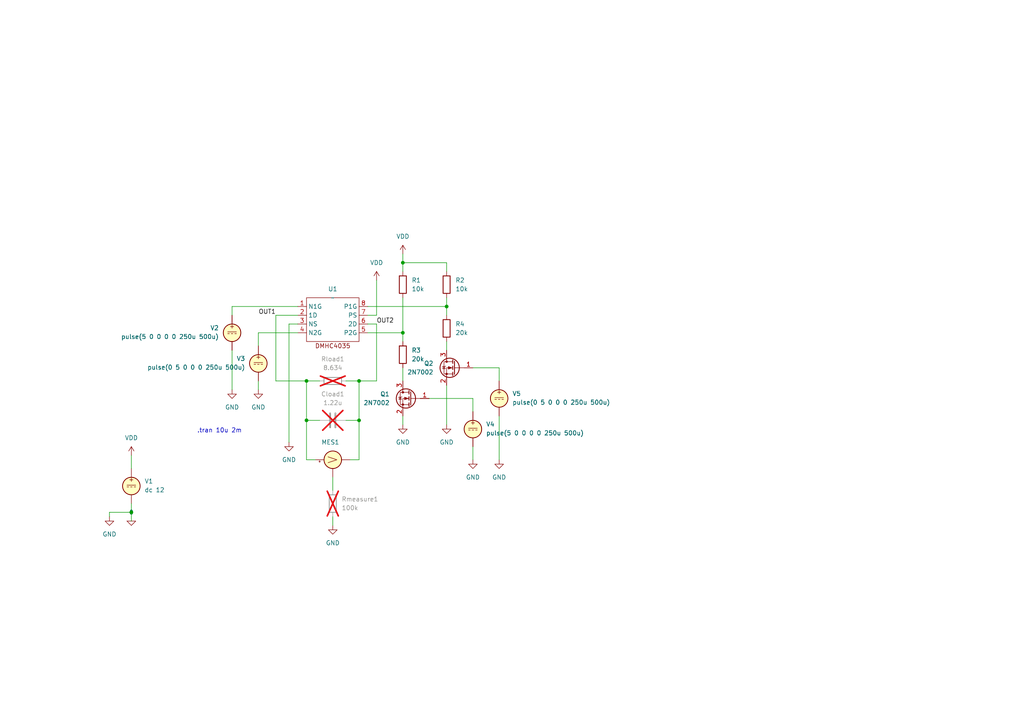
<source format=kicad_sch>
(kicad_sch (version 20230121) (generator eeschema)
  (paper "A4")
  (lib_symbols
    (symbol "Device:C" (pin_numbers hide) (pin_names (offset 0.254))
      (property "Reference" "C" (at 0.635 2.54 0))
      (property "Value" "C" (at 0.635 -2.54 0))
      (symbol "C_0_1"
        (polyline (pts (xy -2.032 -0.762) (xy 2.032 -0.762)) (stroke (width 0.508)))
        (polyline (pts (xy -2.032 0.762) (xy 2.032 0.762)) (stroke (width 0.508)))
      )
      (symbol "C_1_1"
        (pin passive line (at 0 3.81 270) (length 2.794) (name "~") (number "1"))
        (pin passive line (at 0 -3.81 90) (length 2.794) (name "~") (number "2"))
      )
    )
    (symbol "Device:R" (pin_numbers hide) (pin_names (offset 0))
      (property "Reference" "R" (at 2.032 0 90))
      (property "Value" "R" (at 0 0 90))
      (symbol "R_0_1"
        (rectangle (start -1.016 -2.54) (end 1.016 2.54) (stroke (width 0.254)))
      )
      (symbol "R_1_1"
        (pin passive line (at 0 3.81 270) (length 1.27) (name "~") (number "1"))
        (pin passive line (at 0 -3.81 90) (length 1.27) (name "~") (number "2"))
      )
    )
    (symbol "EL_oscillator:DMHC4035"
      (property "Reference" "U" (at 0 1.27 0))
      (symbol "DMHC4035_0_1"
        (rectangle (start -7.62 0) (end 7.62 -12.7))
      )
      (symbol "DMHC4035_1_1"
        (text "DMHC4035\n" (at 0 -13.97 0) (effects (font (size 1.27 1.27))))
        (pin input line (at -10.16 -2.54 0) (length 2.54) (name "N1G") (number "1"))
        (pin input line (at -10.16 -5.08 0) (length 2.54) (name "1D") (number "2"))
        (pin input line (at -10.16 -7.62 0) (length 2.54) (name "NS") (number "3"))
        (pin input line (at -10.16 -10.16 0) (length 2.54) (name "N2G") (number "4"))
        (pin input line (at 10.16 -10.16 180) (length 2.54) (name "P2G") (number "5"))
        (pin input line (at 10.16 -7.62 180) (length 2.54) (name "2D") (number "6"))
        (pin input line (at 10.16 -5.08 180) (length 2.54) (name "PS") (number "7"))
        (pin input line (at 10.16 -2.54 180) (length 2.54) (name "P1G") (number "8"))
      )
    )
    (symbol "Simulation_SPICE:0" (power) (pin_names (offset 0))
      (property "Value" "0" (at 0 -1.778 0))
      (symbol "0_0_1"
        (polyline (pts (xy -1.27 0) (xy 0 -1.27) (xy 1.27 0) (xy -1.27 0)))
      )
      (symbol "0_1_1"
        (pin power_in line (at 0 0 0) (length 0) hide (name "0") (number "1"))
      )
    )
    (symbol "Simulation_SPICE:VDC" (pin_numbers hide) (pin_names (offset 0.0254))
      (property "Reference" "V" (at 2.54 2.54 0))
      (property "Value" "1" (at 2.54 0 0))
      (symbol "VDC_0_0"
        (polyline (pts (xy -1.27 0.254) (xy 1.27 0.254)))
        (polyline (pts (xy -0.762 -0.254) (xy -1.27 -0.254)))
        (polyline (pts (xy 0.254 -0.254) (xy -0.254 -0.254)))
        (polyline (pts (xy 1.27 -0.254) (xy 0.762 -0.254)))
        (text "+" (at 0 1.905 0) (effects (font (size 1.27 1.27))))
      )
      (symbol "VDC_0_1"
        (circle (center 0 0) (radius 2.54) (stroke (width 0.254)) (fill (type background)))
      )
      (symbol "VDC_1_1"
        (pin passive line (at 0 5.08 270) (length 2.54) (name "~") (number "1"))
        (pin passive line (at 0 -5.08 90) (length 2.54) (name "~") (number "2"))
      )
    )
    (symbol "Simulation_SPICE:VOLTMETER_DIFF" (pin_numbers hide) (pin_names (offset 0.0254) hide) (in_bom no) (on_board no)
      (property "Reference" "MES?" (at -10.16 0 0))
      (symbol "VOLTMETER_DIFF_0_0"
        (text "V" (at 0 0 0) (effects (font (size 2.54 2.54))))
      )
      (symbol "VOLTMETER_DIFF_0_1"
        (polyline (pts (xy 0.254 3.81) (xy 0.762 3.81)))
        (polyline (pts (xy 0.508 4.064) (xy 0.508 3.556)))
        (circle (center 0 0) (radius 2.54) (stroke (width 0.254)) (fill (type background)))
      )
      (symbol "VOLTMETER_DIFF_1_1"
        (pin passive line (at 0 5.08 270) (length 2.54) (name "+") (number "1"))
        (pin passive line (at 0 -5.08 90) (length 2.54) (name "-") (number "2"))
        (pin output line (at 5.08 0 180) (length 2.54) (name "out") (number "3"))
      )
    )
    (symbol "Transistor_FET:2N7002" (pin_names hide)
      (property "Reference" "Q" (at 5.08 1.905 0))
      (property "Value" "2N7002" (at 5.08 0 0))
      (symbol "2N7002_0_1"
        (polyline (pts (xy 0.254 0) (xy -2.54 0)))
        (polyline (pts (xy 0.254 1.905) (xy 0.254 -1.905)) (stroke (width 0.254)))
        (polyline (pts (xy 0.762 -1.27) (xy 0.762 -2.286)) (stroke (width 0.254)))
        (polyline (pts (xy 0.762 0.508) (xy 0.762 -0.508)) (stroke (width 0.254)))
        (polyline (pts (xy 0.762 2.286) (xy 0.762 1.27)) (stroke (width 0.254)))
        (polyline (pts (xy 2.54 2.54) (xy 2.54 1.778)))
        (polyline (pts (xy 2.54 -2.54) (xy 2.54 0) (xy 0.762 0)))
        (polyline (pts (xy 0.762 -1.778) (xy 3.302 -1.778) (xy 3.302 1.778) (xy 0.762 1.778)))
        (polyline (pts (xy 1.016 0) (xy 2.032 0.381) (xy 2.032 -0.381) (xy 1.016 0)) (fill (type outline)))
        (polyline (pts (xy 2.794 0.508) (xy 2.921 0.381) (xy 3.683 0.381) (xy 3.81 0.254)))
        (polyline (pts (xy 3.302 0.381) (xy 2.921 -0.254) (xy 3.683 -0.254) (xy 3.302 0.381)))
        (circle (center 1.651 0) (radius 2.794) (stroke (width 0.254)))
        (circle (center 2.54 -1.778) (radius 0.254) (fill (type outline)))
        (circle (center 2.54 1.778) (radius 0.254) (fill (type outline)))
      )
      (symbol "2N7002_1_1"
        (pin input line (at -5.08 0 0) (length 2.54) (name "G") (number "1"))
        (pin passive line (at 2.54 -5.08 90) (length 2.54) (name "S") (number "2"))
        (pin passive line (at 2.54 5.08 270) (length 2.54) (name "D") (number "3"))
      )
    )
    (symbol "power:GND" (power) (pin_names (offset 0))
      (property "Value" "GND" (at 0 -3.81 0))
      (symbol "GND_0_1"
        (polyline (pts (xy 0 0) (xy 0 -1.27) (xy 1.27 -1.27) (xy 0 -2.54) (xy -1.27 -1.27) (xy 0 -1.27)))
      )
      (symbol "GND_1_1"
        (pin power_in line (at 0 0 270) (length 0) hide (name "GND") (number "1"))
      )
    )
    (symbol "power:VDD" (power) (pin_names (offset 0))
      (property "Value" "VDD" (at 0 3.81 0))
      (symbol "VDD_0_1"
        (polyline (pts (xy -0.762 1.27) (xy 0 2.54)))
        (polyline (pts (xy 0 0) (xy 0 2.54)))
        (polyline (pts (xy 0 2.54) (xy 0.762 1.27)))
      )
      (symbol "VDD_1_1"
        (pin power_in line (at 0 0 90) (length 0) hide (name "VDD") (number "1"))
      )
    )
  )
  (junction (at 116.84 96.52))
  (junction (at 38.1 148.59))
  (junction (at 116.84 76.2))
  (junction (at 88.9 121.92))
  (junction (at 104.14 110.49))
  (junction (at 104.14 121.92))
  (junction (at 129.54 88.9))
  (junction (at 88.9 110.49))
  (wire (pts (xy 124.46 115.57) (xy 137.16 115.57)))
  (wire (pts (xy 92.71 121.92) (xy 88.9 121.92)))
  (wire (pts (xy 109.22 93.98) (xy 106.68 93.98)))
  (wire (pts (xy 129.54 76.2) (xy 116.84 76.2)))
  (wire (pts (xy 67.31 88.9) (xy 67.31 91.44)))
  (wire (pts (xy 88.9 110.49) (xy 92.71 110.49)))
  (wire (pts (xy 31.75 148.59) (xy 38.1 148.59)))
  (wire (pts (xy 137.16 133.35) (xy 137.16 129.54)))
  (wire (pts (xy 38.1 132.08) (xy 38.1 135.89)))
  (wire (pts (xy 88.9 121.92) (xy 88.9 110.49)))
  (wire (pts (xy 74.93 113.03) (xy 74.93 110.49)))
  (wire (pts (xy 116.84 96.52) (xy 116.84 99.06)))
  (wire (pts (xy 100.33 121.92) (xy 104.14 121.92)))
  (wire (pts (xy 80.01 110.49) (xy 88.9 110.49)))
  (wire (pts (xy 137.16 106.68) (xy 144.78 106.68)))
  (wire (pts (xy 137.16 115.57) (xy 137.16 119.38)))
  (wire (pts (xy 106.68 96.52) (xy 116.84 96.52)))
  (wire (pts (xy 86.36 91.44) (xy 80.01 91.44)))
  (wire (pts (xy 104.14 133.35) (xy 104.14 121.92)))
  (wire (pts (xy 116.84 73.66) (xy 116.84 76.2)))
  (wire (pts (xy 38.1 148.59) (xy 38.1 151.13)))
  (wire (pts (xy 67.31 88.9) (xy 86.36 88.9)))
  (wire (pts (xy 129.54 78.74) (xy 129.54 76.2)))
  (wire (pts (xy 109.22 91.44) (xy 109.22 81.28)))
  (wire (pts (xy 129.54 101.6) (xy 129.54 99.06)))
  (wire (pts (xy 129.54 91.44) (xy 129.54 88.9)))
  (wire (pts (xy 106.68 91.44) (xy 109.22 91.44)))
  (wire (pts (xy 101.6 133.35) (xy 104.14 133.35)))
  (wire (pts (xy 116.84 106.68) (xy 116.84 110.49)))
  (wire (pts (xy 109.22 110.49) (xy 109.22 93.98)))
  (wire (pts (xy 31.75 149.86) (xy 31.75 148.59)))
  (wire (pts (xy 88.9 121.92) (xy 88.9 133.35)))
  (wire (pts (xy 144.78 110.49) (xy 144.78 106.68)))
  (wire (pts (xy 83.82 128.27) (xy 83.82 93.98)))
  (wire (pts (xy 104.14 121.92) (xy 104.14 110.49)))
  (wire (pts (xy 116.84 123.19) (xy 116.84 120.65)))
  (wire (pts (xy 80.01 91.44) (xy 80.01 110.49)))
  (wire (pts (xy 74.93 96.52) (xy 86.36 96.52)))
  (wire (pts (xy 96.52 142.24) (xy 96.52 138.43)))
  (wire (pts (xy 96.52 152.4) (xy 96.52 149.86)))
  (wire (pts (xy 129.54 86.36) (xy 129.54 88.9)))
  (wire (pts (xy 116.84 86.36) (xy 116.84 96.52)))
  (wire (pts (xy 100.33 110.49) (xy 104.14 110.49)))
  (wire (pts (xy 83.82 93.98) (xy 86.36 93.98)))
  (wire (pts (xy 38.1 146.05) (xy 38.1 148.59)))
  (wire (pts (xy 74.93 96.52) (xy 74.93 100.33)))
  (wire (pts (xy 116.84 76.2) (xy 116.84 78.74)))
  (wire (pts (xy 106.68 88.9) (xy 129.54 88.9)))
  (wire (pts (xy 67.31 101.6) (xy 67.31 113.03)))
  (wire (pts (xy 91.44 133.35) (xy 88.9 133.35)))
  (wire (pts (xy 129.54 111.76) (xy 129.54 123.19)))
  (wire (pts (xy 104.14 110.49) (xy 109.22 110.49)))
  (wire (pts (xy 144.78 133.35) (xy 144.78 120.65)))
  (text ".tran 10u 2m\n" (at 57.15 125.73 0) (effects (font (size 1.27 1.27)) (justify left bottom)))
  (label "OUT2" (at 109.22 93.98 0))
  (label "OUT1" (at 80.01 91.44 180))
  (symbol (lib_id "power:VDD") (at 38.1 132.08 0) (unit 1)
    (property "Reference" "#PWR03" (effects hide))
    (property "Value" "VDD" (at 38.1 127 0))
  )
  (symbol (lib_id "Transistor_FET:2N7002") (at 132.08 106.68 0) (mirror y) (unit 1)
    (property "Reference" "Q2" (at 125.73 105.41 0) (effects (justify left)))
    (property "Value" "2N7002" (at 125.73 107.95 0) (effects (justify left)))
    (property "Footprint" "Package_TO_SOT_SMD:SOT-23" (effects hide))
    (property "Datasheet" "https://www.onsemi.com/pub/Collateral/NDS7002A-D.PDF" (effects hide))
    (property "Sim.Library" "2N7002.txt" (effects hide))
    (property "Sim.Name" "2N7002" (effects hide))
    (property "Sim.Device" "NMOS" (effects hide))
    (property "Sim.Type" "VDMOS" (effects hide))
    (property "Sim.Pins" "1=G 2=S 3=D" (effects hide))
  )
  (symbol (lib_id "power:GND") (at 137.16 133.35 0) (unit 1)
    (property "Reference" "#PWR010" (effects hide))
    (property "Value" "GND" (at 137.16 138.43 0))
  )
  (symbol (lib_id "Simulation_SPICE:VDC") (at 67.31 96.52 0) (mirror y) (unit 1)
    (property "Reference" "V2" (at 63.5 95.1202 0) (effects (justify left)))
    (property "Value" "pulse(5 0 0 0 0 250u 500u)" (at 63.5 97.6602 0) (effects (justify left)))
    (property "Sim.Pins" "1=+ 2=-" (effects hide))
    (property "Sim.Type" "DC" (effects hide))
    (property "Sim.Device" "V" (effects hide))
  )
  (symbol (lib_id "EL_oscillator:DMHC4035") (at 96.52 86.36 0) (unit 1)
    (property "Reference" "U1" (at 96.52 83.82 0))
    (property "Value" "~" (at 96.52 86.36 0))
    (property "Sim.Library" "DMHC4035LSDQ.spice.txt" (effects hide))
    (property "Sim.Name" "DMHC4035_FULL" (effects hide))
    (property "Sim.Device" "SUBCKT" (effects hide))
    (property "Sim.Pins" "1=N1G 2=1D 3=NS 4=N2G 5=P2G 6=2D 7=PS 8=P1G" (effects hide))
  )
  (symbol (lib_id "power:GND") (at 31.75 149.86 0) (unit 1)
    (property "Reference" "#PWR04" (effects hide))
    (property "Value" "GND" (at 31.75 154.94 0))
  )
  (symbol (lib_id "Simulation_SPICE:VDC") (at 144.78 115.57 0) (unit 1)
    (property "Reference" "V5" (at 148.59 114.1702 0) (effects (justify left)))
    (property "Value" "pulse(0 5 0 0 0 250u 500u)" (at 148.59 116.7102 0) (effects (justify left)))
    (property "Sim.Pins" "1=+ 2=-" (effects hide))
    (property "Sim.Type" "DC" (effects hide))
    (property "Sim.Device" "V" (effects hide))
  )
  (symbol (lib_id "Device:R") (at 129.54 82.55 0) (unit 1)
    (property "Reference" "R2" (at 132.08 81.28 0) (effects (justify left)))
    (property "Value" "10k" (at 132.08 83.82 0) (effects (justify left)))
  )
  (symbol (lib_id "Simulation_SPICE:VDC") (at 38.1 140.97 0) (unit 1)
    (property "Reference" "V1" (at 41.91 139.5702 0) (effects (justify left)))
    (property "Value" "dc 12" (at 41.91 142.1102 0) (effects (justify left)))
    (property "Sim.Pins" "1=+ 2=-" (effects hide))
    (property "Sim.Type" "DC" (effects hide))
    (property "Sim.Device" "V" (effects hide))
  )
  (symbol (lib_id "Transistor_FET:2N7002") (at 119.38 115.57 0) (mirror y) (unit 1)
    (property "Reference" "Q1" (at 113.03 114.3 0) (effects (justify left)))
    (property "Value" "2N7002" (at 113.03 116.84 0) (effects (justify left)))
    (property "Footprint" "Package_TO_SOT_SMD:SOT-23" (effects hide))
    (property "Datasheet" "https://www.onsemi.com/pub/Collateral/NDS7002A-D.PDF" (effects hide))
    (property "Sim.Library" "2N7002.txt" (effects hide))
    (property "Sim.Name" "2N7002" (effects hide))
    (property "Sim.Device" "NMOS" (effects hide))
    (property "Sim.Type" "VDMOS" (effects hide))
    (property "Sim.Pins" "1=G 2=S 3=D" (effects hide))
  )
  (symbol (lib_id "Simulation_SPICE:0") (at 38.1 151.13 0) (unit 1)
    (property "Reference" "#GND01" (effects hide))
    (property "Value" "0" (at 38.1 148.59 0))
  )
  (symbol (lib_id "power:GND") (at 83.82 128.27 0) (unit 1)
    (property "Reference" "#PWR01" (effects hide))
    (property "Value" "GND" (at 83.82 133.35 0))
  )
  (symbol (lib_id "Device:C") (at 96.52 121.92 90) (unit 1) (in_bom no) (on_board no) (dnp yes)
    (property "Reference" "Cload1" (at 96.52 114.3 90))
    (property "Value" "1.22u" (at 96.52 116.84 90))
  )
  (symbol (lib_id "Simulation_SPICE:VOLTMETER_DIFF") (at 96.52 133.35 90) (mirror x) (unit 1) (in_bom no) (on_board no)
    (property "Reference" "MES1" (at 95.8215 128.27 90))
    (property "Value" "VOLTMETER_DIFF" (effects hide))
    (property "Datasheet" "https://ngspice.sourceforge.io/docs/ngspice-manual.pdf" (effects hide))
    (property "Sim.Name" "kicad_builtin_vdiff" (effects hide))
    (property "Sim.Device" "SUBCKT" (effects hide))
    (property "Sim.Pins" "1=1 2=2 3=3" (effects hide))
    (property "Sim.Library" "${KICAD7_SYMBOL_DIR}/Simulation_SPICE.sp" (effects hide))
  )
  (symbol (lib_id "power:GND") (at 67.31 113.03 0) (unit 1)
    (property "Reference" "#PWR05" (effects hide))
    (property "Value" "GND" (at 67.31 118.11 0))
  )
  (symbol (lib_id "Device:R") (at 116.84 102.87 0) (unit 1)
    (property "Reference" "R3" (at 119.38 101.6 0) (effects (justify left)))
    (property "Value" "20k" (at 119.38 104.14 0) (effects (justify left)))
  )
  (symbol (lib_id "Device:R") (at 96.52 110.49 90) (unit 1) (in_bom no) (on_board no) (dnp yes)
    (property "Reference" "Rload1" (at 96.52 104.14 90))
    (property "Value" "8.634" (at 96.52 106.68 90))
  )
  (symbol (lib_id "Device:R") (at 96.52 146.05 180) (unit 1) (in_bom no) (on_board no) (dnp yes)
    (property "Reference" "Rmeasure1" (at 99.06 144.78 0) (effects (justify right)))
    (property "Value" "100k" (at 99.06 147.32 0) (effects (justify right)))
  )
  (symbol (lib_id "power:GND") (at 144.78 133.35 0) (unit 1)
    (property "Reference" "#PWR011" (effects hide))
    (property "Value" "GND" (at 144.78 138.43 0))
  )
  (symbol (lib_id "Device:R") (at 116.84 82.55 0) (unit 1)
    (property "Reference" "R1" (at 119.38 81.28 0) (effects (justify left)))
    (property "Value" "10k" (at 119.38 83.82 0) (effects (justify left)))
  )
  (symbol (lib_id "power:GND") (at 129.54 123.19 0) (unit 1)
    (property "Reference" "#PWR08" (effects hide))
    (property "Value" "GND" (at 129.54 128.27 0))
  )
  (symbol (lib_id "power:GND") (at 74.93 113.03 0) (unit 1)
    (property "Reference" "#PWR013" (effects hide))
    (property "Value" "GND" (at 74.93 118.11 0))
  )
  (symbol (lib_id "Device:R") (at 129.54 95.25 0) (unit 1)
    (property "Reference" "R4" (at 132.08 93.98 0) (effects (justify left)))
    (property "Value" "20k" (at 132.08 96.52 0) (effects (justify left)))
  )
  (symbol (lib_id "Simulation_SPICE:VDC") (at 137.16 124.46 0) (unit 1)
    (property "Reference" "V4" (at 140.97 123.0602 0) (effects (justify left)))
    (property "Value" "pulse(5 0 0 0 0 250u 500u)" (at 140.97 125.6002 0) (effects (justify left)))
    (property "Sim.Pins" "1=+ 2=-" (effects hide))
    (property "Sim.Type" "DC" (effects hide))
    (property "Sim.Device" "V" (effects hide))
  )
  (symbol (lib_id "power:VDD") (at 109.22 81.28 0) (unit 1)
    (property "Reference" "#PWR02" (effects hide))
    (property "Value" "VDD" (at 109.22 76.2 0))
  )
  (symbol (lib_id "power:VDD") (at 116.84 73.66 0) (unit 1)
    (property "Reference" "#PWR012" (effects hide))
    (property "Value" "VDD" (at 116.84 68.58 0))
  )
  (symbol (lib_id "power:GND") (at 96.52 152.4 0) (unit 1)
    (property "Reference" "#PWR09" (effects hide))
    (property "Value" "GND" (at 96.52 157.48 0))
  )
  (symbol (lib_id "Simulation_SPICE:VDC") (at 74.93 105.41 0) (mirror y) (unit 1)
    (property "Reference" "V3" (at 71.12 104.0102 0) (effects (justify left)))
    (property "Value" "pulse(0 5 0 0 0 250u 500u)" (at 71.12 106.5502 0) (effects (justify left)))
    (property "Sim.Pins" "1=+ 2=-" (effects hide))
    (property "Sim.Type" "DC" (effects hide))
    (property "Sim.Device" "V" (effects hide))
  )
  (symbol (lib_id "power:GND") (at 116.84 123.19 0) (unit 1)
    (property "Reference" "#PWR07" (effects hide))
    (property "Value" "GND" (at 116.84 128.27 0))
  )
)
</source>
